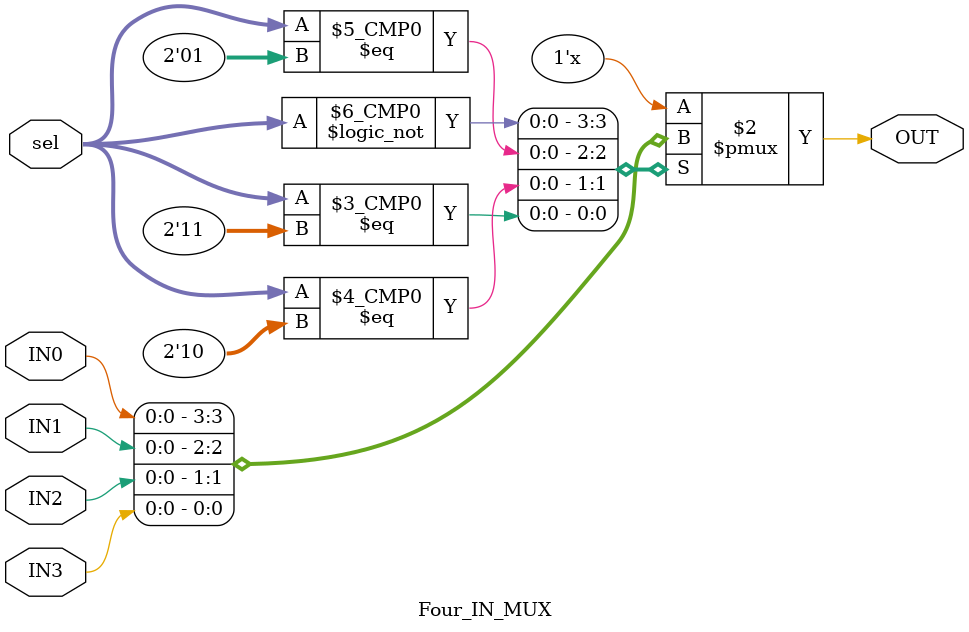
<source format=v>
module Four_IN_MUX #(parameter width = 1) (
    input wire  [width-1:0]   IN0,
    input wire  [width-1:0]   IN1,
    input wire  [width-1:0]   IN2,
    input wire  [width-1:0]   IN3,
    input wire  [1:0]         sel,
    output reg  [width-1:0]   OUT              
);

always @(*) 
 begin
    OUT = 'b0;
  case (sel)
    2'd0: OUT = IN0;
    2'd1: OUT = IN1;
    2'd2: OUT = IN2;
    2'd3: OUT = IN3;
    default: OUT = 'b0;
  endcase 
end
    
endmodule
</source>
